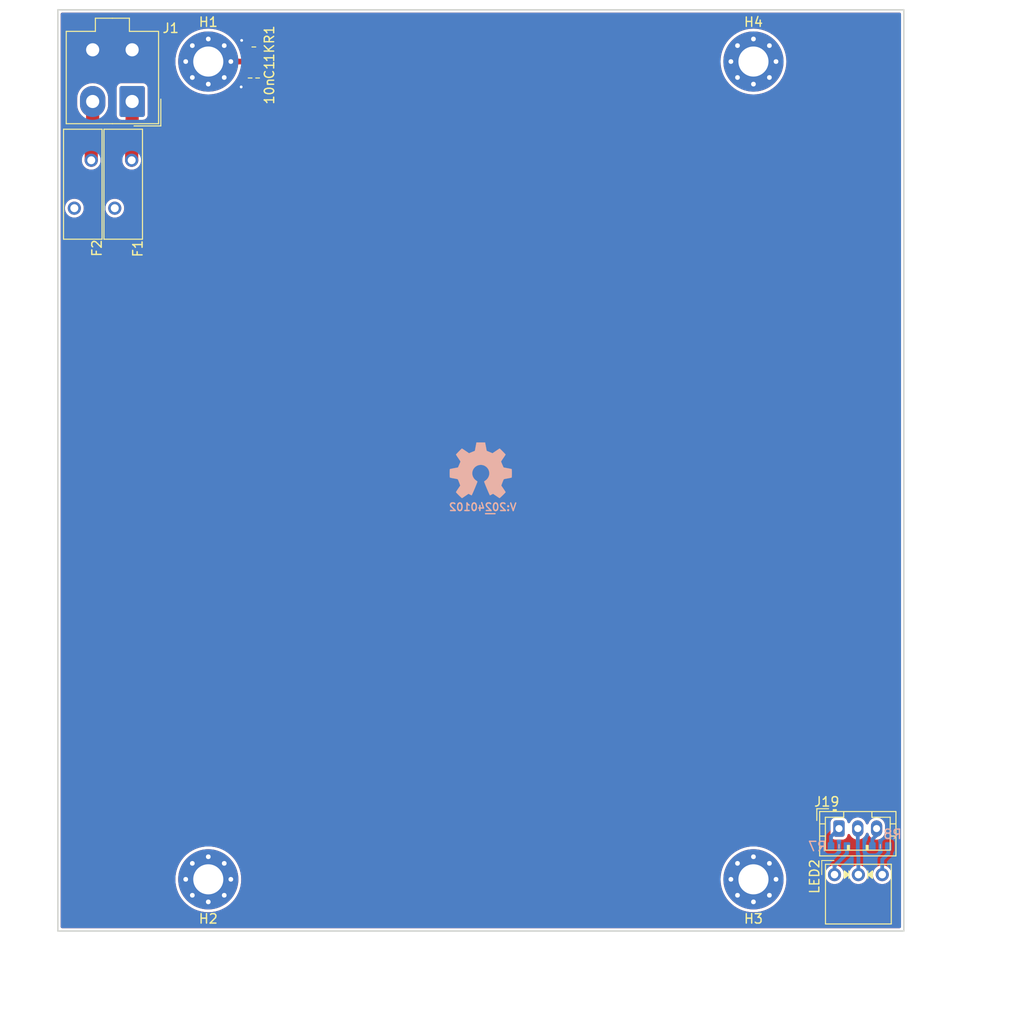
<source format=kicad_pcb>
(kicad_pcb (version 20221018) (generator pcbnew)
  (layers (0 "F.Cu" mixed) (31 "B.Cu" mixed) (34 "B.Paste" user) (35 "F.Paste" user) (36 "B.SilkS" user "B.Silkscreen") (37 "F.SilkS" user "F.Silkscreen") (38 "B.Mask" user) (39 "F.Mask" user) (44 "Edge.Cuts" user))
  (net 0 "")
  (net 1 "GND")
  (net 2 "Net-(C1-Pad1)")
  (net 3 "+24V")
  (net 4 "Net-(J1-Pin_1)")
  (net 5 "+5V")
  (net 6 "Net-(J1-Pin_2)")
  (net 7 "Net-(J19-Pin_3)")
  (net 8 "Net-(J19-Pin_2)")
  (net 9 "Net-(J19-Pin_1)")
  (net 10 "Net-(LED2-A2)")
  (net 11 "Net-(LED2-A1)")
  (footprint "SquantorPcbOutline:MountingHole_3.2mm_M3_Pad_Via" (layer "F.Cu") (at 129.5 48)
    (fp_text reference "H1" (at 0 -4.2) (layer "F.SilkS"))
    (fp_text value "M3")
    (pad "1" thru_hole circle (at -2.4 0) (size 0.9 0.9) (drill 0.5) (layers "*.Cu" "*.Mask") (net 2 "Net-(C1-Pad1)"))
    (pad "1" thru_hole circle (at -1.697056 -1.697056) (size 0.9 0.9) (drill 0.5) (layers "*.Cu" "*.Mask") (net 2 "Net-(C1-Pad1)"))
    (pad "1" thru_hole circle (at -1.697056 1.697056) (size 0.9 0.9) (drill 0.5) (layers "*.Cu" "*.Mask") (net 2 "Net-(C1-Pad1)"))
    (pad "1" thru_hole circle (at 0 -2.4) (size 0.9 0.9) (drill 0.5) (layers "*.Cu" "*.Mask") (net 2 "Net-(C1-Pad1)"))
    (pad "1" thru_hole circle (at 0 0) (size 6.4 6.4) (drill 3.2) (layers "*.Cu" "*.Mask") (net 2 "Net-(C1-Pad1)"))
    (pad "1" thru_hole circle (at 0 2.4) (size 0.9 0.9) (drill 0.5) (layers "*.Cu" "*.Mask") (net 2 "Net-(C1-Pad1)"))
    (pad "1" thru_hole circle (at 1.697056 -1.697056) (size 0.9 0.9) (drill 0.5) (layers "*.Cu" "*.Mask") (net 2 "Net-(C1-Pad1)"))
    (pad "1" thru_hole circle (at 1.697056 1.697056) (size 0.9 0.9) (drill 0.5) (layers "*.Cu" "*.Mask") (net 2 "Net-(C1-Pad1)"))
    (pad "1" thru_hole circle (at 2.4 0) (size 0.9 0.9) (drill 0.5) (layers "*.Cu" "*.Mask") (net 2 "Net-(C1-Pad1)"))
  )
  (footprint "SquantorPcbOutline:MountingHole_3.2mm_M3_Pad_Via" (layer "F.Cu") (at 129.5 135)
    (fp_text reference "H2" (at 0 4.2) (layer "F.SilkS"))
    (fp_text value "M3")
    (pad "1" thru_hole circle (at -2.4 0) (size 0.9 0.9) (drill 0.5) (layers "*.Cu" "*.Mask"))
    (pad "1" thru_hole circle (at -1.697056 -1.697056) (size 0.9 0.9) (drill 0.5) (layers "*.Cu" "*.Mask"))
    (pad "1" thru_hole circle (at -1.697056 1.697056) (size 0.9 0.9) (drill 0.5) (layers "*.Cu" "*.Mask"))
    (pad "1" thru_hole circle (at 0 -2.4) (size 0.9 0.9) (drill 0.5) (layers "*.Cu" "*.Mask"))
    (pad "1" thru_hole circle (at 0 0) (size 6.4 6.4) (drill 3.2) (layers "*.Cu" "*.Mask"))
    (pad "1" thru_hole circle (at 0 2.4) (size 0.9 0.9) (drill 0.5) (layers "*.Cu" "*.Mask"))
    (pad "1" thru_hole circle (at 1.697056 -1.697056) (size 0.9 0.9) (drill 0.5) (layers "*.Cu" "*.Mask"))
    (pad "1" thru_hole circle (at 1.697056 1.697056) (size 0.9 0.9) (drill 0.5) (layers "*.Cu" "*.Mask"))
    (pad "1" thru_hole circle (at 2.4 0) (size 0.9 0.9) (drill 0.5) (layers "*.Cu" "*.Mask"))
  )
  (footprint "SquantorPcbOutline:MountingHole_3.2mm_M3_Pad_Via" (layer "F.Cu") (at 187.5 135)
    (fp_text reference "H3" (at 0 4.2) (layer "F.SilkS"))
    (fp_text value "M3")
    (pad "1" thru_hole circle (at -2.4 0) (size 0.9 0.9) (drill 0.5) (layers "*.Cu" "*.Mask"))
    (pad "1" thru_hole circle (at -1.697056 -1.697056) (size 0.9 0.9) (drill 0.5) (layers "*.Cu" "*.Mask"))
    (pad "1" thru_hole circle (at -1.697056 1.697056) (size 0.9 0.9) (drill 0.5) (layers "*.Cu" "*.Mask"))
    (pad "1" thru_hole circle (at 0 -2.4) (size 0.9 0.9) (drill 0.5) (layers "*.Cu" "*.Mask"))
    (pad "1" thru_hole circle (at 0 0) (size 6.4 6.4) (drill 3.2) (layers "*.Cu" "*.Mask"))
    (pad "1" thru_hole circle (at 0 2.4) (size 0.9 0.9) (drill 0.5) (layers "*.Cu" "*.Mask"))
    (pad "1" thru_hole circle (at 1.697056 -1.697056) (size 0.9 0.9) (drill 0.5) (layers "*.Cu" "*.Mask"))
    (pad "1" thru_hole circle (at 1.697056 1.697056) (size 0.9 0.9) (drill 0.5) (layers "*.Cu" "*.Mask"))
    (pad "1" thru_hole circle (at 2.4 0) (size 0.9 0.9) (drill 0.5) (layers "*.Cu" "*.Mask"))
  )
  (footprint "SquantorPcbOutline:MountingHole_3.2mm_M3_Pad_Via" (layer "F.Cu") (at 187.5 48)
    (fp_text reference "H4" (at 0 -4.2) (layer "F.SilkS"))
    (fp_text value "M3")
    (pad "1" thru_hole circle (at -2.4 0) (size 0.9 0.9) (drill 0.5) (layers "*.Cu" "*.Mask"))
    (pad "1" thru_hole circle (at -1.697056 -1.697056) (size 0.9 0.9) (drill 0.5) (layers "*.Cu" "*.Mask"))
    (pad "1" thru_hole circle (at -1.697056 1.697056) (size 0.9 0.9) (drill 0.5) (layers "*.Cu" "*.Mask"))
    (pad "1" thru_hole circle (at 0 -2.4) (size 0.9 0.9) (drill 0.5) (layers "*.Cu" "*.Mask"))
    (pad "1" thru_hole circle (at 0 0) (size 6.4 6.4) (drill 3.2) (layers "*.Cu" "*.Mask"))
    (pad "1" thru_hole circle (at 0 2.4) (size 0.9 0.9) (drill 0.5) (layers "*.Cu" "*.Mask"))
    (pad "1" thru_hole circle (at 1.697056 -1.697056) (size 0.9 0.9) (drill 0.5) (layers "*.Cu" "*.Mask"))
    (pad "1" thru_hole circle (at 1.697056 1.697056) (size 0.9 0.9) (drill 0.5) (layers "*.Cu" "*.Mask"))
    (pad "1" thru_hole circle (at 2.4 0) (size 0.9 0.9) (drill 0.5) (layers "*.Cu" "*.Mask"))
  )
  (footprint "SquantorDiodes:LED_DUAL_TH245_90deg" (layer "F.Cu") (at 198.6625 134.5)
    (fp_text reference "LED2" (at -4.6625 0.2 90 unlocked) (layer "F.SilkS"))
    (fp_text value "LED_Dual_CC")
    (fp_line (start -3.9 -1.5) (end -3.9 0) (stroke (width 0.1)) (layer "F.SilkS"))
    (fp_line (start -3.9 -1.5) (end -2.6 -1.5) (stroke (width 0.1)) (layer "F.SilkS"))
    (fp_line (start -3.5 -1.1) (end 3.5 -1.1) (stroke (width 0.12)) (layer "F.SilkS"))
    (fp_line (start -3.5 5.25) (end -3.5 -1.1) (stroke (width 0.12)) (layer "F.SilkS"))
    (fp_line (start -3.5 5.25) (end 3.5 5.25) (stroke (width 0.12)) (layer "F.SilkS"))
    (fp_line (start -1 -0.4) (end -1 0.4) (stroke (width 0.12)) (layer "F.SilkS"))
    (fp_line (start 1 0.4) (end 1 -0.4) (stroke (width 0.12)) (layer "F.SilkS"))
    (fp_line (start 3.5 5.25) (end 3.5 -1.1) (stroke (width 0.12)) (layer "F.SilkS"))
    (fp_poly (pts (xy -1 0) (xy -1.5 0.4) (xy -1.5 -0.4)) (stroke (width 0.12)) (fill solid) (layer "F.SilkS"))
    (fp_poly (pts (xy 1 0) (xy 1.5 -0.4) (xy 1.5 0.4)) (stroke (width 0.12)) (fill solid) (layer "F.SilkS"))
    (pad "1" thru_hole circle (at -2.54 0) (size 1.4 1.4) (drill 0.8) (layers "*.Cu" "*.Mask") (net 11 "Net-(LED2-A1)"))
    (pad "2" thru_hole circle (at 0 0) (size 1.4 1.4) (drill 0.8) (layers "*.Cu" "*.Mask") (net 8 "Net-(J19-Pin_2)"))
    (pad "3" thru_hole circle (at 2.54 0) (size 1.4 1.4) (drill 0.8) (layers "*.Cu" "*.Mask") (net 10 "Net-(LED2-A2)"))
  )
  (footprint "Connector_Molex:Molex_Mini-Fit_Jr_5566-04A_2x02_P4.20mm_Vertical" (layer "F.Cu") (at 121.4 52.25 180)
    (fp_text reference "J1" (at -4.1 7.8) (layer "F.SilkS"))
    (fp_text value "Conn_02x02_Counter_Clockwise")
    (fp_line (start -3.05 -2.6) (end -3.05 0.25) (stroke (width 0.12)) (layer "F.SilkS"))
    (fp_line (start -2.81 -2.36) (end -2.81 7.46) (stroke (width 0.12)) (layer "F.SilkS"))
    (fp_line (start -2.81 7.46) (end 0.29 7.46) (stroke (width 0.12)) (layer "F.SilkS"))
    (fp_line (start -0.2 -2.6) (end -3.05 -2.6) (stroke (width 0.12)) (layer "F.SilkS"))
    (fp_line (start 0.29 7.46) (end 0.29 8.86) (stroke (width 0.12)) (layer "F.SilkS"))
    (fp_line (start 0.29 8.86) (end 2.1 8.86) (stroke (width 0.12)) (layer "F.SilkS"))
    (fp_line (start 2.1 -2.36) (end -2.81 -2.36) (stroke (width 0.12)) (layer "F.SilkS"))
    (fp_line (start 2.1 -2.36) (end 7.01 -2.36) (stroke (width 0.12)) (layer "F.SilkS"))
    (fp_line (start 3.91 7.46) (end 3.91 8.86) (stroke (width 0.12)) (layer "F.SilkS"))
    (fp_line (start 3.91 8.86) (end 2.1 8.86) (stroke (width 0.12)) (layer "F.SilkS"))
    (fp_line (start 7.01 -2.36) (end 7.01 7.46) (stroke (width 0.12)) (layer "F.SilkS"))
    (fp_line (start 7.01 7.46) (end 3.91 7.46) (stroke (width 0.12)) (layer "F.SilkS"))
    (pad "1" thru_hole roundrect (at 0 0 180) (size 2.7 3.3) (drill 1.4) (layers "*.Cu" "*.Mask") (roundrect_rratio 0.092593) (net 4 "Net-(J1-Pin_1)"))
    (pad "2" thru_hole oval (at 4.2 0 180) (size 2.7 3.3) (drill 1.4) (layers "*.Cu" "*.Mask") (net 6 "Net-(J1-Pin_2)"))
    (pad "3" thru_hole oval (at 0 5.5 180) (size 2.7 3.3) (drill 1.4) (layers "*.Cu" "*.Mask") (net 1 "GND"))
    (pad "4" thru_hole oval (at 4.2 5.5 180) (size 2.7 3.3) (drill 1.4) (layers "*.Cu" "*.Mask") (net 1 "GND"))
  )
  (footprint "Connector_JST:JST_PH_B3B-PH-K_1x03_P2.00mm_Vertical" (layer "F.Cu") (at 196.6 129.6)
    (fp_text reference "J19" (at -1.3 -2.85) (layer "F.SilkS"))
    (fp_text value "Conn_01x03")
    (fp_line (start -2.36 -2.11) (end -2.36 -0.86) (stroke (width 0.12)) (layer "F.SilkS"))
    (fp_line (start -2.06 -1.81) (end -2.06 2.91) (stroke (width 0.12)) (layer "F.SilkS"))
    (fp_line (start -2.06 -0.5) (end -1.45 -0.5) (stroke (width 0.12)) (layer "F.SilkS"))
    (fp_line (start -2.06 0.8) (end -1.45 0.8) (stroke (width 0.12)) (layer "F.SilkS"))
    (fp_line (start -2.06 2.91) (end 6.06 2.91) (stroke (width 0.12)) (layer "F.SilkS"))
    (fp_line (start -1.45 -1.2) (end -1.45 2.3) (stroke (width 0.12)) (layer "F.SilkS"))
    (fp_line (start -1.45 2.3) (end 5.45 2.3) (stroke (width 0.12)) (layer "F.SilkS"))
    (fp_line (start -1.11 -2.11) (end -2.36 -2.11) (stroke (width 0.12)) (layer "F.SilkS"))
    (fp_line (start -0.6 -2.01) (end -0.6 -1.81) (stroke (width 0.12)) (layer "F.SilkS"))
    (fp_line (start -0.3 -2.01) (end -0.6 -2.01) (stroke (width 0.12)) (layer "F.SilkS"))
    (fp_line (start -0.3 -1.91) (end -0.6 -1.91) (stroke (width 0.12)) (layer "F.SilkS"))
    (fp_line (start -0.3 -1.81) (end -0.3 -2.01) (stroke (width 0.12)) (layer "F.SilkS"))
    (fp_line (start 0.5 -1.81) (end 0.5 -1.2) (stroke (width 0.12)) (layer "F.SilkS"))
    (fp_line (start 0.5 -1.2) (end -1.45 -1.2) (stroke (width 0.12)) (layer "F.SilkS"))
    (fp_line (start 0.9 1.8) (end 1.1 1.8) (stroke (width 0.12)) (layer "F.SilkS"))
    (fp_line (start 0.9 2.3) (end 0.9 1.8) (stroke (width 0.12)) (layer "F.SilkS"))
    (fp_line (start 1 2.3) (end 1 1.8) (stroke (width 0.12)) (layer "F.SilkS"))
    (fp_line (start 1.1 1.8) (end 1.1 2.3) (stroke (width 0.12)) (layer "F.SilkS"))
    (fp_line (start 2.9 1.8) (end 3.1 1.8) (stroke (width 0.12)) (layer "F.SilkS"))
    (fp_line (start 2.9 2.3) (end 2.9 1.8) (stroke (width 0.12)) (layer "F.SilkS"))
    (fp_line (start 3 2.3) (end 3 1.8) (stroke (width 0.12)) (layer "F.SilkS"))
    (fp_line (start 3.1 1.8) (end 3.1 2.3) (stroke (width 0.12)) (layer "F.SilkS"))
    (fp_line (start 3.5 -1.2) (end 3.5 -1.81) (stroke (width 0.12)) (layer "F.SilkS"))
    (fp_line (start 5.45 -1.2) (end 3.5 -1.2) (stroke (width 0.12)) (layer "F.SilkS"))
    (fp_line (start 5.45 2.3) (end 5.45 -1.2) (stroke (width 0.12)) (layer "F.SilkS"))
    (fp_line (start 6.06 -1.81) (end -2.06 -1.81) (stroke (width 0.12)) (layer "F.SilkS"))
    (fp_line (start 6.06 -0.5) (end 5.45 -0.5) (stroke (width 0.12)) (layer "F.SilkS"))
    (fp_line (start 6.06 0.8) (end 5.45 0.8) (stroke (width 0.12)) (layer "F.SilkS"))
    (fp_line (start 6.06 2.91) (end 6.06 -1.81) (stroke (width 0.12)) (layer "F.SilkS"))
    (pad "1" thru_hole roundrect (at 0 0) (size 1.2 1.75) (drill 0.75) (layers "*.Cu" "*.Mask") (roundrect_rratio 0.208333) (net 9 "Net-(J19-Pin_1)"))
    (pad "2" thru_hole oval (at 2 0) (size 1.2 1.75) (drill 0.75) (layers "*.Cu" "*.Mask") (net 8 "Net-(J19-Pin_2)"))
    (pad "3" thru_hole oval (at 4 0) (size 1.2 1.75) (drill 0.75) (layers "*.Cu" "*.Mask") (net 7 "Net-(J19-Pin_3)"))
  )
  (footprint "SquantorRcl:C_0805+0603" (layer "F.Cu") (at 134.35 49.75 -90)
    (fp_text reference "C1" (at -0.85 -1.65 90) (layer "F.SilkS"))
    (fp_text value "10n" (at 1.4 -1.65 90) (layer "F.SilkS"))
    (fp_line (start 0 -0.6) (end 0 -0.2) (stroke (width 0.12)) (layer "F.SilkS"))
    (fp_line (start 0 0.6) (end 0 0.2) (stroke (width 0.12)) (layer "F.SilkS"))
    (pad "1" smd rect (at -0.925 0 270) (size 1.15 1.35) (layers "F.Cu" "F.Paste" "F.Mask") (net 2 "Net-(C1-Pad1)"))
    (pad "2" smd rect (at 0.925 0 270) (size 1.15 1.35) (layers "F.Cu" "F.Paste" "F.Mask") (net 1 "GND"))
  )
  (footprint "Fuse:Fuse_BelFuse_0ZRE0033FF_L11.4mm_W3.8mm" (layer "F.Cu") (at 119.55 63.6 90)
    (fp_text reference "F1" (at -4.3 2.45 90) (layer "F.SilkS"))
    (fp_text value "Fuse")
    (fp_line (start -3.3 -1.15) (end -3.3 2.95) (stroke (width 0.12)) (layer "F.SilkS"))
    (fp_line (start -3.3 -1.15) (end 8.4 -1.15) (stroke (width 0.12)) (layer "F.SilkS"))
    (fp_line (start -3.3 2.95) (end 8.4 2.95) (stroke (width 0.12)) (layer "F.SilkS"))
    (fp_line (start 8.4 -1.15) (end 8.4 2.95) (stroke (width 0.12)) (layer "F.SilkS"))
    (pad "1" thru_hole circle (at 0 0 90) (size 1.4 1.4) (drill 0.85) (layers "*.Cu" "*.Mask") (net 3 "+24V"))
    (pad "2" thru_hole circle (at 5.1 1.8 90) (size 1.4 1.4) (drill 0.85) (layers "*.Cu" "*.Mask") (net 4 "Net-(J1-Pin_1)"))
  )
  (footprint "Fuse:Fuse_BelFuse_0ZRE0033FF_L11.4mm_W3.8mm" (layer "F.Cu") (at 115.25 63.6 90)
    (fp_text reference "F2" (at -4.25 2.4 90) (layer "F.SilkS"))
    (fp_text value "Fuse")
    (fp_line (start -3.3 -1.15) (end -3.3 2.95) (stroke (width 0.12)) (layer "F.SilkS"))
    (fp_line (start -3.3 -1.15) (end 8.4 -1.15) (stroke (width 0.12)) (layer "F.SilkS"))
    (fp_line (start -3.3 2.95) (end 8.4 2.95) (stroke (width 0.12)) (layer "F.SilkS"))
    (fp_line (start 8.4 -1.15) (end 8.4 2.95) (stroke (width 0.12)) (layer "F.SilkS"))
    (pad "1" thru_hole circle (at 0 0 90) (size 1.4 1.4) (drill 0.85) (layers "*.Cu" "*.Mask") (net 5 "+5V"))
    (pad "2" thru_hole circle (at 5.1 1.8 90) (size 1.4 1.4) (drill 0.85) (layers "*.Cu" "*.Mask") (net 6 "Net-(J1-Pin_2)"))
  )
  (footprint "SquantorRcl:R_0805+0603" (layer "F.Cu") (at 134.35 46.45 90)
    (fp_text reference "R1" (at 1.3 1.65 90) (layer "F.SilkS"))
    (fp_text value "1K" (at -0.65 1.65 90) (layer "F.SilkS"))
    (fp_line (start 0 -0.2) (end 0 0.2) (stroke (width 0.12)) (layer "F.SilkS"))
    (pad "1" smd rect (at -0.775 0 90) (size 1.05 1.3) (layers "F.Cu" "F.Paste" "F.Mask") (net 2 "Net-(C1-Pad1)"))
    (pad "2" smd rect (at 0.775 0 90) (size 1.05 1.3) (layers "F.Cu" "F.Paste" "F.Mask") (net 1 "GND"))
  )
  (footprint "Symbol:OSHW-Symbol_6.7x6mm_SilkScreen" (layer "B.Cu") (at 158.5 91.5 180)
    (fp_text reference "N1" hide)
    (fp_text value "OHWLOGO" hide)
    (fp_poly (pts (xy 0.555814 2.531069) (xy 0.639635 2.086445) (xy 0.94892 1.958947) (xy 1.258206 1.831449) (xy 1.629246 2.083754) (xy 1.733157 2.154004) (xy 1.827087 2.216728) (xy 1.906652 2.269062) (xy 1.96747 2.308143) (xy 2.005157 2.331107) (xy 2.015421 2.336058) (xy 2.03391 2.323324) (xy 2.07342 2.288118) (xy 2.129522 2.234938) (xy 2.197787 2.168282) (xy 2.273786 2.092646) (xy 2.353092 2.012528) (xy 2.431275 1.932426) (xy 2.503907 1.856836) (xy 2.566559 1.790255) (xy 2.614803 1.737182) (xy 2.64421 1.702113) (xy 2.651241 1.690377) (xy 2.641123 1.66874) (xy 2.612759 1.621338) (xy 2.569129 1.552807) (xy 2.513218 1.467785) (xy 2.448006 1.370907) (xy 2.410219 1.31565) (xy 2.341343 1.214752) (xy 2.28014 1.123701) (xy 2.229578 1.04703) (xy 2.192628 0.989272) (xy 2.172258 0.954957) (xy 2.169197 0.947746) (xy 2.176136 0.927252) (xy 2.195051 0.879487) (xy 2.223087 0.811168) (xy 2.257391 0.729011) (xy 2.295109 0.63973) (xy 2.333387 0.550042) (xy 2.36937 0.466662) (xy 2.400206 0.396306) (xy 2.423039 0.34569) (xy 2.435017 0.321529) (xy 2.435724 0.320578) (xy 2.454531 0.315964) (xy 2.504618 0.305672) (xy 2.580793 0.290713) (xy 2.677865 0.272099) (xy 2.790643 0.250841) (xy 2.856442 0.238582) (xy 2.97695 0.215638) (xy 3.085797 0.193805) (xy 3.177476 0.174278) (xy 3.246481 0.158252) (xy 3.287304 0.146921) (xy 3.295511 0.143326) (xy 3.303548 0.118994) (xy 3.310033 0.064041) (xy 3.31497 -0.015108) (xy 3.318364 -0.112026) (xy 3.320218 -0.220287) (xy 3.320538 -0.333465) (xy 3.319327 -0.445135) (xy 3.31659 -0.548868) (xy 3.312331 -0.638241) (xy 3.306555 -0.706826) (xy 3.299267 -0.748197) (xy 3.294895 -0.75681) (xy 3.268764 -0.767133) (xy 3.213393 -0.781892) (xy 3.136107 -0.799352) (xy 3.04423 -0.81778) (xy 3.012158 -0.823741) (xy 2.857524 -0.852066) (xy 2.735375 -0.874876) (xy 2.641673 -0.89308) (xy 2.572384 -0.907583) (xy 2.523471 -0.919292) (xy 2.490897 -0.929115) (xy 2.470628 -0.937956) (xy 2.458626 -0.946724) (xy 2.456947 -0.948457) (xy 2.440184 -0.976371) (xy 2.414614 -1.030695) (xy 2.382788 -1.104777) (xy 2.34726 -1.191965) (xy 2.310583 -1.285608) (xy 2.275311 -1.379052) (xy 2.243996 -1.465647) (xy 2.219193 -1.53874) (xy 2.203454 -1.591678) (xy 2.199332 -1.617811) (xy 2.199676 -1.618726) (xy 2.213641 -1.640086) (xy 2.245322 -1.687084) (xy 2.291391 -1.754827) (xy 2.348518 -1.838423) (xy 2.413373 -1.932982) (xy 2.431843 -1.959854) (xy 2.497699 -2.057275) (xy 2.55565 -2.146163) (xy 2.602538 -2.221412) (xy 2.635207 -2.27792) (xy 2.6505 -2.310581) (xy 2.651241 -2.314593) (xy 2.638392 -2.335684) (xy 2.602888 -2.377464) (xy 2.549293 -2.435445) (xy 2.482171 -2.505135) (xy 2.406087 -2.582045) (xy 2.325604 -2.661683) (xy 2.245287 -2.739561) (xy 2.169699 -2.811186) (xy 2.103405 -2.87207) (xy 2.050969 -2.917721) (xy 2.016955 -2.94365) (xy 2.007545 -2.947883) (xy 1.985643 -2.937912) (xy 1.9408 -2.91102) (xy 1.880321 -2.871736) (xy 1.833789 -2.840117) (xy 1.749475 -2.782098) (xy 1.649626 -2.713784) (xy 1.549473 -2.645579) (xy 1.495627 -2.609075) (xy 1.313371 -2.4858) (xy 1.160381 -2.56852) (xy 1.090682 -2.604759) (xy 1.031414 -2.632926) (xy 0.991311 -2.648991) (xy 0.981103 -2.651226) (xy 0.968829 -2.634722) (xy 0.944613 -2.588082) (xy 0.910263 -2.515609) (xy 0.867588 -2.421606) (xy 0.818394 -2.310374) (xy 0.76449 -2.186215) (xy 0.707684 -2.053432) (xy 0.649782 -1.916327) (xy 0.592593 -1.779202) (xy 0.537924 -1.646358) (xy 0.487584 -1.522098) (xy 0.44338 -1.410725) (xy 0.407119 -1.316539) (xy 0.380609 -1.243844) (xy 0.365658 -1.196941) (xy 0.363254 -1.180833) (xy 0.382311 -1.160286) (xy 0.424036 -1.126933) (xy 0.479706 -1.087702) (xy 0.484378 -1.084599) (xy 0.628264 -0.969423) (xy 0.744283 -0.835053) (xy 0.83143 -0.685784) (xy 0.888699 -0.525913) (xy 0.915086 -0.359737) (xy 0.909585 -0.191552) (xy 0.87119 -0.025655) (xy 0.798895 0.133658) (xy 0.777626 0.168513) (xy 0.666996 0.309263) (xy 0.536302 0.422286) (xy 0.390064 0.506997) (xy 0.232808 0.562806) (xy 0.069057 0.589126) (xy -0.096667 0.58537) (xy -0.259838 0.55095) (xy -0.415935 0.485277) (xy -0.560433 0.387765) (xy -0.605131 0.348187) (xy -0.718888 0.224297) (xy -0.801782 0.093876) (xy -0.858644 -0.052315) (xy -0.890313 -0.197088) (xy -0.898131 -0.35986) (xy -0.872062 -0.52344) (xy -0.814755 -0.682298) (xy -0.728856 -0.830906) (xy -0.617014 -0.963735) (xy -0.481877 -1.075256) (xy -0.464117 -1.087011) (xy -0.40785 -1.125508) (xy -0.365077 -1.158863) (xy -0.344628 -1.18016) (xy -0.344331 -1.180833) (xy -0.348721 -1.203871) (xy -0.366124 -1.256157) (xy -0.394732 -1.33339) (xy -0.432735 -1.431268) (xy -0.478326 -1.545491) (xy -0.529697 -1.671758) (xy -0.585038 -1.805767) (xy -0.642542 -1.943218) (xy -0.700399 -2.079808) (xy -0.756802 -2.211237) (xy -0.809942 -2.333205) (xy -0.85801 -2.441409) (xy -0.899199 -2.531549) (xy -0.931699 -2.599323) (xy -0.953703 -2.64043) (xy -0.962564 -2.651226) (xy -0.98964 -2.642819) (xy -1.040303 -2.620272) (xy -1.105817 -2.587613) (xy -1.141841 -2.56852) (xy -1.294832 -2.4858) (xy -1.477088 -2.609075) (xy -1.570125 -2.672228) (xy -1.671985 -2.741727) (xy -1.767438 -2.807165) (xy -1.81525 -2.840117) (xy -1.882495 -2.885273) (xy -1.939436 -2.921057) (xy -1.978646 -2.942938) (xy -1.991381 -2.947563) (xy -2.009917 -2.935085) (xy -2.050941 -2.900252) (xy -2.110475 -2.846678) (xy -2.184542 -2.777983) (xy -2.269165 -2.697781) (xy -2.322685 -2.646286) (xy -2.416319 -2.554286) (xy -2.497241 -2.471999) (xy -2.562177 -2.402945) (xy -2.607858 -2.350644) (xy -2.631011 -2.318616) (xy -2.633232 -2.312116) (xy -2.622924 -2.287394) (xy -2.594439 -2.237405) (xy -2.550937 -2.167212) (xy -2.495577 -2.081875) (xy -2.43152 -1.986456) (xy -2.413303 -1.959854) (xy -2.346927 -1.863167) (xy -2.287378 -1.776117) (xy -2.237984 -1.703595) (xy -2.202075 -1.650493) (xy -2.182981 -1.621703) (xy -2.181136 -1.618726) (xy -2.183895 -1.595782) (xy -2.198538 -1.545336) (xy -2.222513 -1.474041) (xy -2.253266 -1.388547) (xy -2.288244 -1.295507) (xy -2.324893 -1.201574) (xy -2.360661 -1.113399) (xy -2.392994 -1.037634) (xy -2.419338 -0.980931) (xy -2.437142 -0.949943) (xy -2.438407 -0.948457) (xy -2.449294 -0.939601) (xy -2.467682 -0.930843) (xy -2.497606 -0.921277) (xy -2.543103 -0.909996) (xy -2.608209 -0.896093) (xy -2.696961 -0.878663) (xy -2.813393 -0.856798) (xy -2.961542 -0.829591) (xy -2.993618 -0.823741) (xy -3.088686 -0.805374) (xy -3.171565 -0.787405) (xy -3.23493 -0.771569) (xy -3.271458 -0.7596) (xy -3.276356 -0.75681) (xy -3.284427 -0.732072) (xy -3.290987 -0.67679) (xy -3.296033 -0.597389) (xy -3.299559 -0.500296) (xy -3.301561 -0.391938) (xy -3.302036 -0.27874) (xy -3.300977 -0.167128) (xy -3.298382 -0.063529) (xy -3.294246 0.025632) (xy -3.288563 0.093928) (xy -3.281331 0.134934) (xy -3.276971 0.143326) (xy -3.252698 0.151792) (xy -3.197426 0.165565) (xy -3.116662 0.18345) (xy -3.015912 0.204252) (xy -2.900683 0.226777) (xy -2.837902 0.238582) (xy -2.718787 0.260849) (xy -2.612565 0.281021) (xy -2.524427 0.298085) (xy -2.459566 0.311031) (xy -2.423174 0.318845) (xy -2.417184 0.320578) (xy -2.407061 0.34011) (xy -2.385662 0.387157) (xy -2.355839 0.454997) (xy -2.320445 0.536909) (xy -2.282332 0.626172) (xy -2.244353 0.716065) (xy -2.20936 0.799865) (xy -2.180206 0.870853) (xy -2.159743 0.922306) (xy -2.150823 0.947503) (xy -2.150657 0.948604) (xy -2.160769 0.968481) (xy -2.189117 1.014223) (xy -2.232723 1.081283) (xy -2.288606 1.165116) (xy -2.353787 1.261174) (xy -2.391679 1.31635) (xy -2.460725 1.417519) (xy -2.52205 1.50937) (xy -2.572663 1.587256) (xy -2.609571 1.646531) (xy -2.629782 1.682549) (xy -2.632701 1.690623) (xy -2.620153 1.709416) (xy -2.585463 1.749543) (xy -2.533063 1.806507) (xy -2.467384 1.875815) (xy -2.392856 1.952969) (xy -2.313913 2.033475) (xy -2.234983 2.112837) (xy -2.1605 2.18656) (xy -2.094894 2.250148) (xy -2.042596 2.299106) (xy -2.008039 2.328939) (xy -1.996478 2.336058) (xy -1.977654 2.326047) (xy -1.932631 2.297922) (xy -1.865787 2.254546) (xy -1.781499 2.198782) (xy -1.684144 2.133494) (xy -1.610707 2.083754) (xy -1.239667 1.831449) (xy -0.621095 2.086445) (xy -0.537275 2.531069) (xy -0.453454 2.975693) (xy 0.471994 2.975693) (xy 0.555814 2.531069)) (stroke (width 0.01)) (fill solid) (layer "B.SilkS"))
  )
  (footprint "SquantorLabels:Label_Generic" (layer "B.Cu") (at 159.5 95.5 180)
    (fp_text reference "N2" hide)
    (fp_text value "V:20240102" (at 0.8 0.1) (layer "B.SilkS") (effects (font (size 0.8 0.8)) (justify mirror)))
    (fp_line (start -0.5 -0.6) (end 0.5 -0.6) (stroke (width 0.15)) (layer "B.SilkS"))
  )
  (footprint "SquantorRcl:R_0603_hand" (layer "B.Cu") (at 201 131.5 180)
    (fp_text reference "R8" (at -1.3 1.3) (layer "B.SilkS") (effects (justify mirror)))
    (fp_text value "R")
    (fp_line (start 0 0.2) (end 0 -0.2) (stroke (width 0.12)) (layer "B.SilkS"))
    (pad "1" smd roundrect (at -0.85 0 180) (size 0.7 0.9) (layers "B.Cu" "B.Paste" "B.Mask") (roundrect_rratio 0.1428571429) (net 10 "Net-(LED2-A2)"))
    (pad "2" smd roundrect (at 0.85 0 180) (size 0.7 0.9) (layers "B.Cu" "B.Paste" "B.Mask") (roundrect_rratio 0.1428571429) (net 7 "Net-(J19-Pin_3)"))
  )
  (footprint "SquantorRcl:R_0603_hand" (layer "B.Cu") (at 196.6 131.5 180)
    (fp_text reference "R7" (at 2.3 0) (layer "B.SilkS") (effects (justify mirror)))
    (fp_text value "R")
    (fp_line (start 0 0.2) (end 0 -0.2) (stroke (width 0.12)) (layer "B.SilkS"))
    (pad "1" smd roundrect (at -0.85 0 180) (size 0.7 0.9) (layers "B.Cu" "B.Paste" "B.Mask") (roundrect_rratio 0.1428571429) (net 11 "Net-(LED2-A1)"))
    (pad "2" smd roundrect (at 0.85 0 180) (size 0.7 0.9) (layers "B.Cu" "B.Paste" "B.Mask") (roundrect_rratio 0.1428571429) (net 9 "Net-(J19-Pin_1)"))
  )
  (gr_line (start 113.5 140.5) (end 203.5 140.5) (stroke (width 0.15)) (layer "Edge.Cuts"))
  (gr_line (start 113.5 42.5) (end 113.5 140.5) (stroke (width 0.15)) (layer "Edge.Cuts"))
  (gr_line (start 203.5 140.5) (end 203.5 42.5) (stroke (width 0.15)) (layer "Edge.Cuts"))
  (gr_line (start 203.5 42.5) (end 113.5 42.5) (stroke (width 0.15)) (layer "Edge.Cuts"))
  (via (at 133.05 45.75) (size 0.7) (drill 0.3) (layers "F.Cu" "B.Cu") (net 1))
  (via (at 133 50.7) (size 0.7) (drill 0.3) (layers "F.Cu" "B.Cu") (net 1))
  (segment (start 134.35 47.225) (end 134.35 48) (width 0.6) (layer "F.Cu") (net 2))
  (segment (start 131.9 48) (end 134.35 48) (width 0.6) (layer "F.Cu") (net 2))
  (segment (start 134.35 48) (end 134.35 48.825) (width 0.6) (layer "F.Cu") (net 2))
  (segment (start 121.4 52.25) (end 121.4 54.4) (width 1.4) (layer "F.Cu") (net 4))
  (segment (start 121.35 54.45) (end 121.35 58.5) (width 1.4) (layer "F.Cu") (net 4))
  (segment (start 121.4 54.4) (end 121.35 54.45) (width 1.4) (layer "F.Cu") (net 4))
  (segment (start 117.2 54.45) (end 117.2 52.25) (width 1.4) (layer "F.Cu") (net 6))
  (segment (start 117.05 54.6) (end 117.2 54.45) (width 1.4) (layer "F.Cu") (net 6))
  (segment (start 117.05 58.5) (end 117.05 54.6) (width 1.4) (layer "F.Cu") (net 6))
  (segment (start 200.6 130.3) (end 200.15 130.75) (width 0.4) (layer "B.Cu") (net 7))
  (segment (start 200.15 130.75) (end 200.15 131.5) (width 0.4) (layer "B.Cu") (net 7))
  (segment (start 200.6 129.6) (end 200.6 130.3) (width 0.4) (layer "B.Cu") (net 7))
  (segment (start 198.6 132.3) (end 198.6625 132.3625) (width 0.4) (layer "B.Cu") (net 8))
  (segment (start 198.6 129.6) (end 198.6 132.3) (width 0.4) (layer "B.Cu") (net 8))
  (segment (start 198.6625 132.3625) (end 198.6625 134.5) (width 0.4) (layer "B.Cu") (net 8))
  (segment (start 196.6 129.6) (end 195.75 130.45) (width 0.4) (layer "B.Cu") (net 9))
  (segment (start 195.75 130.45) (end 195.75 131.5) (width 0.4) (layer "B.Cu") (net 9))
  (segment (start 201.85 131.5) (end 201.85 132.25) (width 0.4) (layer "B.Cu") (net 10))
  (segment (start 201.2025 132.8975) (end 201.2025 134.5) (width 0.4) (layer "B.Cu") (net 10))
  (segment (start 201.85 132.25) (end 201.2025 132.8975) (width 0.4) (layer "B.Cu") (net 10))
  (segment (start 197.45 131.5) (end 197.45 132.25) (width 0.4) (layer "B.Cu") (net 11))
  (segment (start 197.45 132.25) (end 196.1225 133.5775) (width 0.4) (layer "B.Cu") (net 11))
  (segment (start 196.1225 133.5775) (end 196.1225 134.5) (width 0.4) (layer "B.Cu") (net 11))
  (zone (net 1) (net_name "GND") (layers "F&B.Cu") (connect_pads (clearance 0.3)) (min_thickness 0.3) (fill yes (thermal_gap 0.3) (thermal_bridge_width 0.4))
    (polygon (pts (xy 203.5 140.5) (xy 113.5 140.5) (xy 113.5 42.5) (xy 203.5 42.5)))
  )
)
</source>
